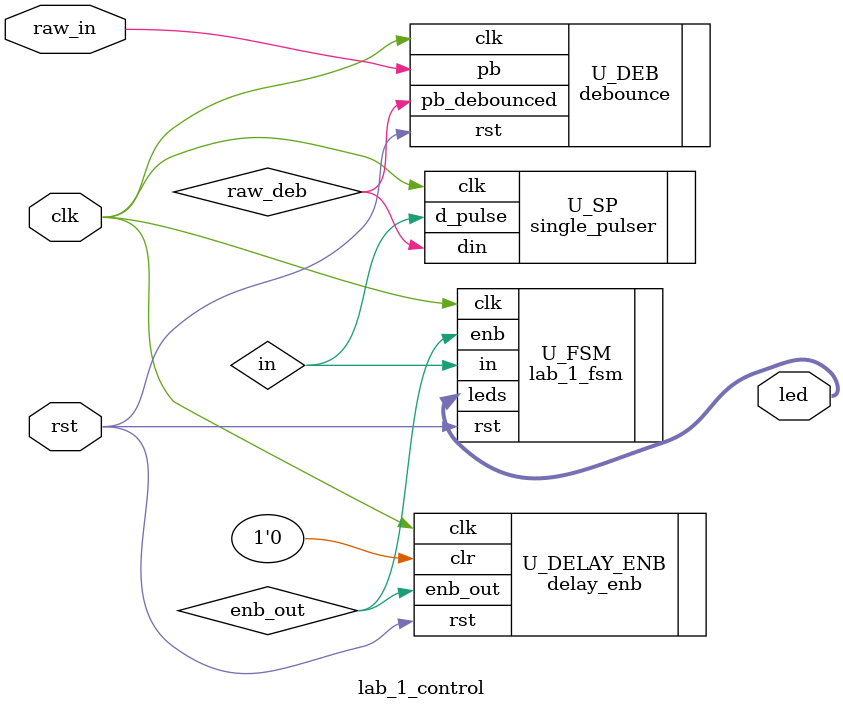
<source format=sv>
`timescale 1ns / 1ps


module lab_1_control(input logic clk, rst, raw_in,
                    output logic [15:0] led);
                    
    wire raw_deb, in, enb_out;
    localparam DISPLAY_RATE = 5;
                    
    debounce U_DEB (.clk, .pb(raw_in), .rst, .pb_debounced(raw_deb));
    single_pulser U_SP(.clk, .din(raw_deb), .d_pulse(in));
    delay_enb #(.DELAY_MS(1000/DISPLAY_RATE)) U_DELAY_ENB(.clk, .rst, .clr(1'b0), .enb_out);
    lab_1_fsm U_FSM(.clk, .rst, .enb(enb_out), .in, .leds(led));
    
endmodule

</source>
